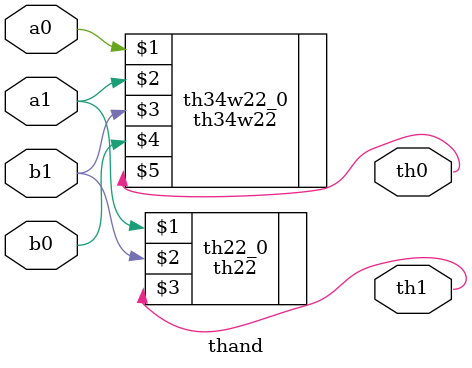
<source format=v>
module thand(a0, a1, b0, b1, th0, th1);

input wire a0, a1, b0, b1;
output wire th0, th1;


th22 th22_0(a1, b1, th1);
th34w22 th34w22_0(a0, a1, b1, b0, th0);


/* //è ýòî ðàáîòàåò!
assign th1 = a1 & b1;
assign th0 = (a1 & a0) | (b1 & b0) | (a1 & b0) | (b1 & a0) | (a0 & b0);  */

endmodule

</source>
